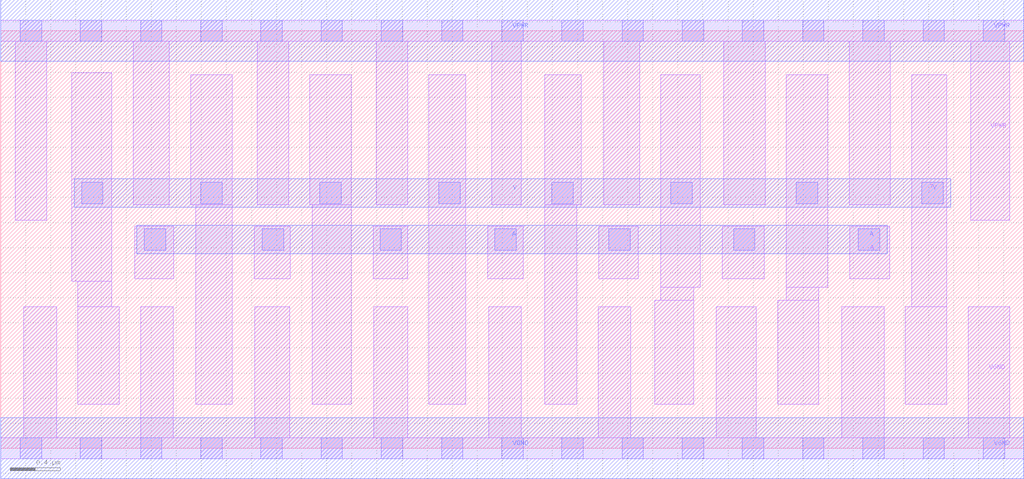
<source format=lef>
# Copyright 2020 The SkyWater PDK Authors
#
# Licensed under the Apache License, Version 2.0 (the "License");
# you may not use this file except in compliance with the License.
# You may obtain a copy of the License at
#
#     https://www.apache.org/licenses/LICENSE-2.0
#
# Unless required by applicable law or agreed to in writing, software
# distributed under the License is distributed on an "AS IS" BASIS,
# WITHOUT WARRANTIES OR CONDITIONS OF ANY KIND, either express or implied.
# See the License for the specific language governing permissions and
# limitations under the License.
#
# SPDX-License-Identifier: Apache-2.0

VERSION 5.7 ;
  NAMESCASESENSITIVE ON ;
  NOWIREEXTENSIONATPIN ON ;
  DIVIDERCHAR "/" ;
  BUSBITCHARS "[]" ;
UNITS
  DATABASE MICRONS 200 ;
END UNITS
MACRO sky130_fd_sc_ms__inv_16
  CLASS CORE ;
  SOURCE USER ;
  FOREIGN sky130_fd_sc_ms__inv_16 ;
  ORIGIN  0.000000  0.000000 ;
  SIZE  8.160000 BY  3.330000 ;
  SYMMETRY X Y ;
  SITE unit ;
  PIN A
    ANTENNAGATEAREA  5.001600 ;
    DIRECTION INPUT ;
    USE SIGNAL ;
    PORT
      LAYER li1 ;
        RECT 1.070000 1.350000 1.380000 1.770000 ;
        RECT 2.020000 1.350000 2.310000 1.770000 ;
        RECT 2.970000 1.350000 3.245000 1.770000 ;
        RECT 3.885000 1.350000 4.165000 1.770000 ;
        RECT 4.770000 1.350000 5.085000 1.770000 ;
        RECT 5.755000 1.350000 6.090000 1.770000 ;
        RECT 6.770000 1.350000 7.090000 1.770000 ;
      LAYER mcon ;
        RECT 1.145000 1.580000 1.315000 1.750000 ;
        RECT 2.085000 1.580000 2.255000 1.750000 ;
        RECT 3.025000 1.580000 3.195000 1.750000 ;
        RECT 3.940000 1.580000 4.110000 1.750000 ;
        RECT 4.850000 1.580000 5.020000 1.750000 ;
        RECT 5.845000 1.580000 6.015000 1.750000 ;
        RECT 6.840000 1.580000 7.010000 1.750000 ;
      LAYER met1 ;
        RECT 1.085000 1.550000 7.070000 1.780000 ;
    END
  END A
  PIN Y
    ANTENNADIFFAREA  4.110400 ;
    DIRECTION OUTPUT ;
    USE SIGNAL ;
    PORT
      LAYER li1 ;
        RECT 0.565000 1.330000 0.885000 2.995000 ;
        RECT 0.615000 0.350000 0.945000 1.130000 ;
        RECT 0.615000 1.130000 0.885000 1.330000 ;
        RECT 1.515000 1.940000 1.845000 2.980000 ;
        RECT 1.555000 0.350000 1.845000 1.940000 ;
        RECT 2.465000 1.940000 2.795000 2.980000 ;
        RECT 2.485000 0.350000 2.795000 1.940000 ;
        RECT 3.415000 0.350000 3.710000 2.980000 ;
        RECT 4.340000 0.350000 4.595000 1.940000 ;
        RECT 4.340000 1.940000 4.630000 2.980000 ;
        RECT 5.215000 0.350000 5.525000 1.180000 ;
        RECT 5.265000 1.180000 5.525000 1.285000 ;
        RECT 5.265000 1.285000 5.580000 2.980000 ;
        RECT 6.195000 0.350000 6.525000 1.180000 ;
        RECT 6.265000 1.180000 6.525000 1.285000 ;
        RECT 6.265000 1.285000 6.595000 2.980000 ;
        RECT 7.215000 0.350000 7.545000 1.130000 ;
        RECT 7.265000 1.130000 7.545000 2.980000 ;
      LAYER mcon ;
        RECT 0.645000 1.950000 0.815000 2.120000 ;
        RECT 1.595000 1.950000 1.765000 2.120000 ;
        RECT 2.545000 1.950000 2.715000 2.120000 ;
        RECT 3.495000 1.950000 3.665000 2.120000 ;
        RECT 4.395000 1.950000 4.565000 2.120000 ;
        RECT 5.345000 1.950000 5.515000 2.120000 ;
        RECT 6.345000 1.950000 6.515000 2.120000 ;
        RECT 7.345000 1.950000 7.515000 2.120000 ;
      LAYER met1 ;
        RECT 0.585000 1.920000 7.575000 2.150000 ;
    END
  END Y
  PIN VGND
    DIRECTION INOUT ;
    USE GROUND ;
    PORT
      LAYER li1 ;
        RECT 0.000000 -0.085000 8.160000 0.085000 ;
        RECT 0.185000  0.085000 0.445000 1.130000 ;
        RECT 1.115000  0.085000 1.375000 1.130000 ;
        RECT 2.025000  0.085000 2.305000 1.130000 ;
        RECT 2.975000  0.085000 3.245000 1.130000 ;
        RECT 3.890000  0.085000 4.150000 1.130000 ;
        RECT 4.765000  0.085000 5.025000 1.130000 ;
        RECT 5.705000  0.085000 6.025000 1.130000 ;
        RECT 6.705000  0.085000 7.045000 1.130000 ;
        RECT 7.715000  0.085000 8.045000 1.130000 ;
      LAYER mcon ;
        RECT 0.155000 -0.085000 0.325000 0.085000 ;
        RECT 0.635000 -0.085000 0.805000 0.085000 ;
        RECT 1.115000 -0.085000 1.285000 0.085000 ;
        RECT 1.595000 -0.085000 1.765000 0.085000 ;
        RECT 2.075000 -0.085000 2.245000 0.085000 ;
        RECT 2.555000 -0.085000 2.725000 0.085000 ;
        RECT 3.035000 -0.085000 3.205000 0.085000 ;
        RECT 3.515000 -0.085000 3.685000 0.085000 ;
        RECT 3.995000 -0.085000 4.165000 0.085000 ;
        RECT 4.475000 -0.085000 4.645000 0.085000 ;
        RECT 4.955000 -0.085000 5.125000 0.085000 ;
        RECT 5.435000 -0.085000 5.605000 0.085000 ;
        RECT 5.915000 -0.085000 6.085000 0.085000 ;
        RECT 6.395000 -0.085000 6.565000 0.085000 ;
        RECT 6.875000 -0.085000 7.045000 0.085000 ;
        RECT 7.355000 -0.085000 7.525000 0.085000 ;
        RECT 7.835000 -0.085000 8.005000 0.085000 ;
      LAYER met1 ;
        RECT 0.000000 -0.245000 8.160000 0.245000 ;
    END
  END VGND
  PIN VPWR
    DIRECTION INOUT ;
    USE POWER ;
    PORT
      LAYER li1 ;
        RECT 0.000000 3.245000 8.160000 3.415000 ;
        RECT 0.115000 1.820000 0.365000 3.245000 ;
        RECT 1.055000 1.940000 1.345000 3.245000 ;
        RECT 2.045000 1.940000 2.295000 3.245000 ;
        RECT 2.995000 1.940000 3.245000 3.245000 ;
        RECT 3.915000 1.940000 4.150000 3.245000 ;
        RECT 4.810000 1.940000 5.095000 3.245000 ;
        RECT 5.765000 1.940000 6.095000 3.245000 ;
        RECT 6.765000 1.940000 7.095000 3.245000 ;
        RECT 7.735000 1.820000 8.045000 3.245000 ;
      LAYER mcon ;
        RECT 0.155000 3.245000 0.325000 3.415000 ;
        RECT 0.635000 3.245000 0.805000 3.415000 ;
        RECT 1.115000 3.245000 1.285000 3.415000 ;
        RECT 1.595000 3.245000 1.765000 3.415000 ;
        RECT 2.075000 3.245000 2.245000 3.415000 ;
        RECT 2.555000 3.245000 2.725000 3.415000 ;
        RECT 3.035000 3.245000 3.205000 3.415000 ;
        RECT 3.515000 3.245000 3.685000 3.415000 ;
        RECT 3.995000 3.245000 4.165000 3.415000 ;
        RECT 4.475000 3.245000 4.645000 3.415000 ;
        RECT 4.955000 3.245000 5.125000 3.415000 ;
        RECT 5.435000 3.245000 5.605000 3.415000 ;
        RECT 5.915000 3.245000 6.085000 3.415000 ;
        RECT 6.395000 3.245000 6.565000 3.415000 ;
        RECT 6.875000 3.245000 7.045000 3.415000 ;
        RECT 7.355000 3.245000 7.525000 3.415000 ;
        RECT 7.835000 3.245000 8.005000 3.415000 ;
      LAYER met1 ;
        RECT 0.000000 3.085000 8.160000 3.575000 ;
    END
  END VPWR
END sky130_fd_sc_ms__inv_16

</source>
